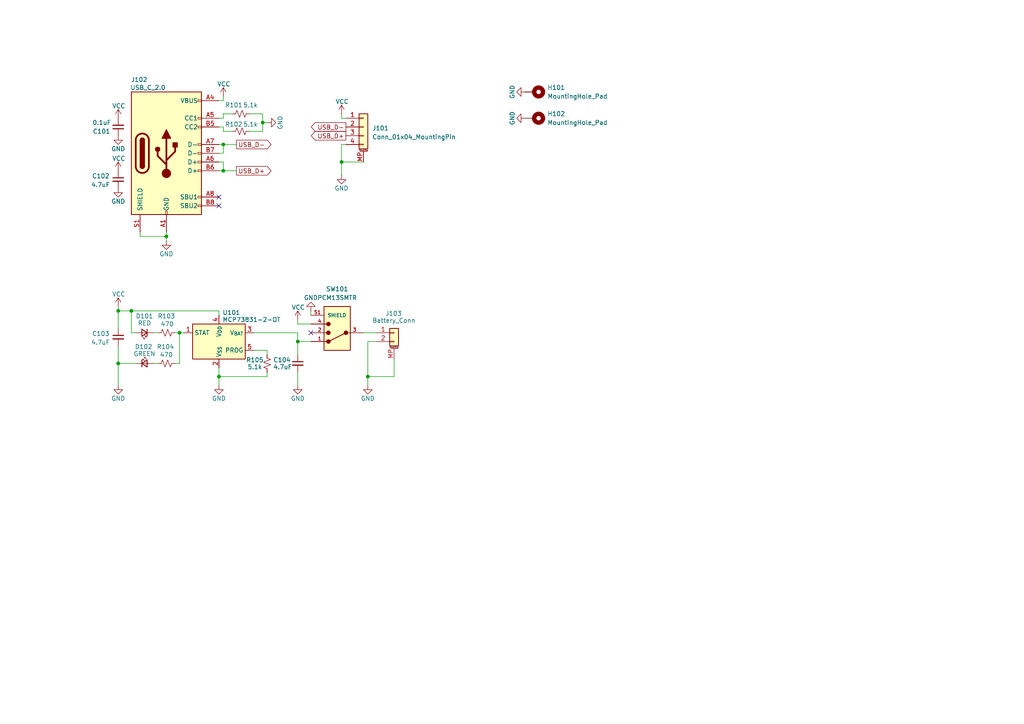
<source format=kicad_sch>
(kicad_sch (version 20231120) (generator "eeschema") (generator_version "8.0")
  (paper "A4")
  (lib_symbols
    (symbol "Battery_Management:MCP73831-2-OT"
      (property "Reference" "U102" (at 2.1941 10.16 0))
      (property "Value" "MCP73831-2-OT" (at 2.1941 7.62 0))
      (symbol "MCP73831-2-OT_0_1"
        (rectangle (start -7.62 5.08) (end 7.62 -5.08) (stroke (width 0.254)) (fill (type background)))
      )
      (symbol "MCP73831-2-OT_1_1"
        (pin tri_state line (at -10.16 2.54 0) (length 2.54) (name "STAT") (number "1"))
        (pin power_in line (at 0 -7.62 90) (length 2.54) (name "V_{SS}") (number "2"))
        (pin power_out line (at 10.16 2.54 180) (length 2.54) (name "V_{BAT}") (number "3"))
        (pin power_in line (at 0 7.62 270) (length 2.54) (name "V_{DD}") (number "4"))
        (pin input line (at 10.16 -2.54 180) (length 2.54) (name "PROG") (number "5"))
      )
    )
    (symbol "Connector:USB_C_Receptacle_USB2.0_16P" (pin_names (offset 1.016))
      (property "Reference" "J" (at 0 22.225 0))
      (property "Value" "USB_C_Receptacle_USB2.0_16P" (at 0 19.685 0))
      (symbol "USB_C_Receptacle_USB2.0_16P_0_0"
        (rectangle (start -0.254 -17.78) (end 0.254 -16.764))
        (rectangle (start 10.16 -14.986) (end 9.144 -15.494))
        (rectangle (start 10.16 -12.446) (end 9.144 -12.954))
        (rectangle (start 10.16 -4.826) (end 9.144 -5.334))
        (rectangle (start 10.16 -2.286) (end 9.144 -2.794))
        (rectangle (start 10.16 0.254) (end 9.144 -0.254))
        (rectangle (start 10.16 2.794) (end 9.144 2.286))
        (rectangle (start 10.16 7.874) (end 9.144 7.366))
        (rectangle (start 10.16 10.414) (end 9.144 9.906))
        (rectangle (start 10.16 15.494) (end 9.144 14.986))
      )
      (symbol "USB_C_Receptacle_USB2.0_16P_0_1"
        (rectangle (start -10.16 17.78) (end 10.16 -17.78) (stroke (width 0.254)) (fill (type background)))
        (arc (start -8.89 -3.81) (mid -6.985 -5.7067) (end -5.08 -3.81) (stroke (width 0.508)))
        (arc (start -7.62 -3.81) (mid -6.985 -4.4423) (end -6.35 -3.81) (stroke (width 0.254)))
        (arc (start -7.62 -3.81) (mid -6.985 -4.4423) (end -6.35 -3.81) (stroke (width 0.254)) (fill (type outline)))
        (rectangle (start -7.62 -3.81) (end -6.35 3.81) (stroke (width 0.254)) (fill (type outline)))
        (arc (start -6.35 3.81) (mid -6.985 4.4423) (end -7.62 3.81) (stroke (width 0.254)))
        (arc (start -6.35 3.81) (mid -6.985 4.4423) (end -7.62 3.81) (stroke (width 0.254)) (fill (type outline)))
        (arc (start -5.08 3.81) (mid -6.985 5.7067) (end -8.89 3.81) (stroke (width 0.508)))
        (circle (center -2.54 1.143) (radius 0.635) (stroke (width 0.254)) (fill (type outline)))
        (circle (center 0 -5.842) (radius 1.27) (fill (type outline)))
        (polyline (pts (xy -8.89 -3.81) (xy -8.89 3.81)) (stroke (width 0.508)))
        (polyline (pts (xy -5.08 3.81) (xy -5.08 -3.81)) (stroke (width 0.508)))
        (polyline (pts (xy 0 -5.842) (xy 0 4.318)) (stroke (width 0.508)))
        (polyline (pts (xy 0 -3.302) (xy -2.54 -0.762) (xy -2.54 0.508)) (stroke (width 0.508)))
        (polyline (pts (xy 0 -2.032) (xy 2.54 0.508) (xy 2.54 1.778)) (stroke (width 0.508)))
        (polyline (pts (xy -1.27 4.318) (xy 0 6.858) (xy 1.27 4.318) (xy -1.27 4.318)) (stroke (width 0.254)) (fill (type outline)))
        (rectangle (start 1.905 1.778) (end 3.175 3.048) (stroke (width 0.254)) (fill (type outline)))
      )
      (symbol "USB_C_Receptacle_USB2.0_16P_1_1"
        (pin passive line (at 0 -22.86 90) (length 5.08) (name "GND") (number "A1"))
        (pin passive line (at 0 -22.86 90) (length 5.08) hide (name "GND") (number "A12"))
        (pin passive line (at 15.24 15.24 180) (length 5.08) (name "VBUS") (number "A4"))
        (pin bidirectional line (at 15.24 10.16 180) (length 5.08) (name "CC1") (number "A5"))
        (pin bidirectional line (at 15.24 -2.54 180) (length 5.08) (name "D+") (number "A6"))
        (pin bidirectional line (at 15.24 2.54 180) (length 5.08) (name "D-") (number "A7"))
        (pin bidirectional line (at 15.24 -12.7 180) (length 5.08) (name "SBU1") (number "A8"))
        (pin passive line (at 15.24 15.24 180) (length 5.08) hide (name "VBUS") (number "A9"))
        (pin passive line (at 0 -22.86 90) (length 5.08) hide (name "GND") (number "B1"))
        (pin passive line (at 0 -22.86 90) (length 5.08) hide (name "GND") (number "B12"))
        (pin passive line (at 15.24 15.24 180) (length 5.08) hide (name "VBUS") (number "B4"))
        (pin bidirectional line (at 15.24 7.62 180) (length 5.08) (name "CC2") (number "B5"))
        (pin bidirectional line (at 15.24 -5.08 180) (length 5.08) (name "D+") (number "B6"))
        (pin bidirectional line (at 15.24 0 180) (length 5.08) (name "D-") (number "B7"))
        (pin bidirectional line (at 15.24 -15.24 180) (length 5.08) (name "SBU2") (number "B8"))
        (pin passive line (at 15.24 15.24 180) (length 5.08) hide (name "VBUS") (number "B9"))
        (pin passive line (at -7.62 -22.86 90) (length 5.08) (name "SHIELD") (number "S1"))
      )
    )
    (symbol "Connector_Generic_MountingPin:Conn_01x02_MountingPin" (pin_names (offset 1.016) hide)
      (property "Reference" "J" (at 0 2.54 0))
      (property "Value" "Conn_01x02_MountingPin" (at 1.27 -5.08 0))
      (symbol "Conn_01x02_MountingPin_1_1"
        (rectangle (start -1.27 -2.413) (end 0 -2.667) (stroke (width 0.1524)))
        (rectangle (start -1.27 0.127) (end 0 -0.127) (stroke (width 0.1524)))
        (rectangle (start -1.27 1.27) (end 1.27 -3.81) (stroke (width 0.254)) (fill (type background)))
        (polyline (pts (xy -1.016 -4.572) (xy 1.016 -4.572)) (stroke (width 0.1524)))
        (text "Mounting" (at 0 -4.191 0) (effects (font (size 0.381 0.381))))
        (pin passive line (at -5.08 0 0) (length 3.81) (name "Pin_1") (number "1"))
        (pin passive line (at -5.08 -2.54 0) (length 3.81) (name "Pin_2") (number "2"))
        (pin passive line (at 0 -7.62 90) (length 3.048) (name "MountPin") (number "MP"))
      )
    )
    (symbol "Connector_Generic_MountingPin:Conn_01x04_MountingPin" (pin_names (offset 1.016) hide)
      (property "Reference" "J" (at 0 5.08 0))
      (property "Value" "Conn_01x04_MountingPin" (at 1.27 -7.62 0))
      (symbol "Conn_01x04_MountingPin_1_1"
        (rectangle (start -1.27 -4.953) (end 0 -5.207) (stroke (width 0.1524)))
        (rectangle (start -1.27 -2.413) (end 0 -2.667) (stroke (width 0.1524)))
        (rectangle (start -1.27 0.127) (end 0 -0.127) (stroke (width 0.1524)))
        (rectangle (start -1.27 2.667) (end 0 2.413) (stroke (width 0.1524)))
        (rectangle (start -1.27 3.81) (end 1.27 -6.35) (stroke (width 0.254)) (fill (type background)))
        (polyline (pts (xy -1.016 -7.112) (xy 1.016 -7.112)) (stroke (width 0.1524)))
        (text "Mounting" (at 0 -6.731 0) (effects (font (size 0.381 0.381))))
        (pin passive line (at -5.08 2.54 0) (length 3.81) (name "Pin_1") (number "1"))
        (pin passive line (at -5.08 0 0) (length 3.81) (name "Pin_2") (number "2"))
        (pin passive line (at -5.08 -2.54 0) (length 3.81) (name "Pin_3") (number "3"))
        (pin passive line (at -5.08 -5.08 0) (length 3.81) (name "Pin_4") (number "4"))
        (pin passive line (at 0 -10.16 90) (length 3.048) (name "MountPin") (number "MP"))
      )
    )
    (symbol "Device:C_Small" (pin_numbers hide) (pin_names (offset 0.254) hide)
      (property "Reference" "C" (at 0.254 1.778 0))
      (property "Value" "C_Small" (at 0.254 -2.032 0))
      (symbol "C_Small_0_1"
        (polyline (pts (xy -1.524 -0.508) (xy 1.524 -0.508)) (stroke (width 0.3302)))
        (polyline (pts (xy -1.524 0.508) (xy 1.524 0.508)) (stroke (width 0.3048)))
      )
      (symbol "C_Small_1_1"
        (pin passive line (at 0 2.54 270) (length 2.032) (name "~") (number "1"))
        (pin passive line (at 0 -2.54 90) (length 2.032) (name "~") (number "2"))
      )
    )
    (symbol "Device:LED_Small" (pin_numbers hide) (pin_names (offset 0.254) hide)
      (property "Reference" "D" (at -1.27 3.175 0))
      (property "Value" "LED_Small" (at -4.445 -2.54 0))
      (symbol "LED_Small_0_1"
        (polyline (pts (xy -0.762 -1.016) (xy -0.762 1.016)) (stroke (width 0.254)))
        (polyline (pts (xy 1.016 0) (xy -0.762 0)))
        (polyline (pts (xy 0.762 -1.016) (xy -0.762 0) (xy 0.762 1.016) (xy 0.762 -1.016)) (stroke (width 0.254)))
        (polyline (pts (xy 0 0.762) (xy -0.508 1.27) (xy -0.254 1.27) (xy -0.508 1.27) (xy -0.508 1.016)))
        (polyline (pts (xy 0.508 1.27) (xy 0 1.778) (xy 0.254 1.778) (xy 0 1.778) (xy 0 1.524)))
      )
      (symbol "LED_Small_1_1"
        (pin passive line (at -2.54 0 0) (length 1.778) (name "K") (number "1"))
        (pin passive line (at 2.54 0 180) (length 1.778) (name "A") (number "2"))
      )
    )
    (symbol "Device:R_Small_US" (pin_numbers hide) (pin_names (offset 0.254) hide)
      (property "Reference" "R" (at 0.762 0.508 0))
      (property "Value" "R_Small_US" (at 0.762 -1.016 0))
      (symbol "R_Small_US_1_1"
        (polyline (pts (xy 0 0) (xy 1.016 -0.381) (xy 0 -0.762) (xy -1.016 -1.143) (xy 0 -1.524)))
        (polyline (pts (xy 0 1.524) (xy 1.016 1.143) (xy 0 0.762) (xy -1.016 0.381) (xy 0 0)))
        (pin passive line (at 0 2.54 270) (length 1.016) (name "~") (number "1"))
        (pin passive line (at 0 -2.54 90) (length 1.016) (name "~") (number "2"))
      )
    )
    (symbol "Mechanical:MountingHole_Pad" (pin_numbers hide) (pin_names (offset 1.016) hide)
      (property "Reference" "H" (at 0 6.35 0))
      (property "Value" "MountingHole_Pad" (at 0 4.445 0))
      (symbol "MountingHole_Pad_0_1"
        (circle (center 0 1.27) (radius 1.27) (stroke (width 1.27)))
      )
      (symbol "MountingHole_Pad_1_1"
        (pin input line (at 0 -2.54 90) (length 2.54) (name "1") (number "1"))
      )
    )
    (symbol "PCM13SMTR:PCM13SMTR" (pin_names (offset 1.016))
      (property "Reference" "SW" (at -4.064 5.588 0))
      (property "Value" "PCM13SMTR" (at -5.588 -9.906 0))
      (symbol "PCM13SMTR_0_0"
        (rectangle (start -3.81 5.08) (end 3.81 -7.62) (stroke (width 0.254)) (fill (type background)))
        (circle (center -2.54 0) (radius 0.508) (stroke (width 0.254)))
        (polyline (pts (xy -2.54 0) (xy 2.54 2.54)) (stroke (width 0.254)))
        (polyline (pts (xy -3.048 0) (xy -2.54 0.508) (xy -2.032 0) (xy -2.54 -0.508) (xy -3.048 0)) (stroke (width 0.254)) (fill (type outline)))
        (polyline (pts (xy 2.032 -2.54) (xy 2.54 -2.032) (xy 3.048 -2.54) (xy 2.54 -3.048) (xy 2.032 -2.54)) (stroke (width 0.254)) (fill (type outline)))
        (polyline (pts (xy 2.032 0) (xy 2.54 0.508) (xy 3.048 0) (xy 2.54 -0.508) (xy 2.032 0)) (stroke (width 0.254)) (fill (type outline)))
        (polyline (pts (xy 2.032 2.54) (xy 2.54 2.032) (xy 3.048 2.54) (xy 2.54 3.048) (xy 2.032 2.54)) (stroke (width 0.254)) (fill (type outline)))
        (circle (center 2.54 -2.54) (radius 0.508) (stroke (width 0.254)))
        (circle (center 2.54 0) (radius 0.508) (stroke (width 0.254)))
        (circle (center 2.54 2.54) (radius 0.508) (stroke (width 0.254)))
        (pin passive line (at 7.62 2.54 180) (length 5.08) (name "~") (number "1"))
        (pin passive line (at 7.62 0 180) (length 5.08) (name "~") (number "2"))
        (pin passive line (at -7.62 0 0) (length 5.08) (name "~") (number "3"))
        (pin passive line (at 7.62 -2.54 180) (length 5.08) (name "~") (number "4"))
      )
      (symbol "PCM13SMTR_1_0"
        (pin passive line (at 7.62 -5.08 180) (length 3.81) (name "SHIELD") (number "S1"))
        (pin passive line (at 7.62 -5.08 180) (length 3.81) hide (name "SHIELD") (number "S2"))
        (pin passive line (at 7.62 -5.08 180) (length 3.81) hide (name "SHIELD") (number "S3"))
        (pin passive line (at 7.62 -5.08 180) (length 3.81) hide (name "SHIELD") (number "S4"))
      )
    )
    (symbol "power:GND" (power) (pin_numbers hide) (pin_names (offset 0) hide)
      (property "Value" "GND" (at 0 -3.81 0))
      (symbol "GND_0_1"
        (polyline (pts (xy 0 0) (xy 0 -1.27) (xy 1.27 -1.27) (xy 0 -2.54) (xy -1.27 -1.27) (xy 0 -1.27)))
      )
      (symbol "GND_1_1"
        (pin power_in line (at 0 0 270) (length 0) (name "~") (number "1"))
      )
    )
    (symbol "power:VCC" (power) (pin_numbers hide) (pin_names (offset 0) hide)
      (property "Value" "VCC" (at 0 3.556 0))
      (symbol "VCC_0_1"
        (polyline (pts (xy -0.762 1.27) (xy 0 2.54)))
        (polyline (pts (xy 0 0) (xy 0 2.54)))
        (polyline (pts (xy 0 2.54) (xy 0.762 1.27)))
      )
      (symbol "VCC_1_1"
        (pin power_in line (at 0 0 90) (length 0) (name "~") (number "1"))
      )
    )
  )
  (junction (at 106.68 109.22))
  (junction (at 38.1 90.17))
  (junction (at 86.36 99.06))
  (junction (at 99.06 46.99))
  (junction (at 48.26 68.58))
  (junction (at 63.5 109.22))
  (junction (at 64.77 49.53))
  (junction (at 64.77 41.91))
  (junction (at 34.29 105.41))
  (junction (at 34.29 90.17))
  (junction (at 52.07 96.52))
  (junction (at 76.2 35.56))
  (no_connect (at 63.5 59.69))
  (no_connect (at 90.17 96.52))
  (no_connect (at 63.5 57.15))
  (wire (pts (xy 99.06 34.29) (xy 99.06 33.02)))
  (wire (pts (xy 44.45 96.52) (xy 45.72 96.52)))
  (wire (pts (xy 63.5 106.68) (xy 63.5 109.22)))
  (wire (pts (xy 105.41 96.52) (xy 109.22 96.52)))
  (wire (pts (xy 63.5 49.53) (xy 64.77 49.53)))
  (wire (pts (xy 64.77 49.53) (xy 68.58 49.53)))
  (wire (pts (xy 76.2 33.02) (xy 72.39 33.02)))
  (wire (pts (xy 86.36 92.71) (xy 86.36 93.98)))
  (wire (pts (xy 63.5 41.91) (xy 64.77 41.91)))
  (wire (pts (xy 106.68 99.06) (xy 109.22 99.06)))
  (wire (pts (xy 99.06 46.99) (xy 99.06 50.8)))
  (wire (pts (xy 34.29 88.9) (xy 34.29 90.17)))
  (wire (pts (xy 34.29 111.76) (xy 34.29 105.41)))
  (wire (pts (xy 40.64 67.31) (xy 40.64 68.58)))
  (wire (pts (xy 38.1 90.17) (xy 38.1 96.52)))
  (wire (pts (xy 63.5 90.17) (xy 63.5 91.44)))
  (wire (pts (xy 64.77 38.1) (xy 67.31 38.1)))
  (wire (pts (xy 100.33 41.91) (xy 99.06 41.91)))
  (wire (pts (xy 34.29 100.33) (xy 34.29 105.41)))
  (wire (pts (xy 64.77 36.83) (xy 64.77 38.1)))
  (wire (pts (xy 40.64 68.58) (xy 48.26 68.58)))
  (wire (pts (xy 86.36 107.95) (xy 86.36 111.76)))
  (wire (pts (xy 77.47 109.22) (xy 63.5 109.22)))
  (wire (pts (xy 48.26 68.58) (xy 48.26 69.85)))
  (wire (pts (xy 38.1 90.17) (xy 63.5 90.17)))
  (wire (pts (xy 76.2 33.02) (xy 76.2 35.56)))
  (wire (pts (xy 77.47 109.22) (xy 77.47 107.95)))
  (wire (pts (xy 63.5 29.21) (xy 64.77 29.21)))
  (wire (pts (xy 34.29 105.41) (xy 39.37 105.41)))
  (wire (pts (xy 63.5 44.45) (xy 64.77 44.45)))
  (wire (pts (xy 73.66 96.52) (xy 86.36 96.52)))
  (wire (pts (xy 106.68 99.06) (xy 106.68 109.22)))
  (wire (pts (xy 64.77 49.53) (xy 64.77 46.99)))
  (wire (pts (xy 99.06 46.99) (xy 105.41 46.99)))
  (wire (pts (xy 64.77 34.29) (xy 64.77 33.02)))
  (wire (pts (xy 77.47 101.6) (xy 77.47 102.87)))
  (wire (pts (xy 86.36 102.87) (xy 86.36 99.06)))
  (wire (pts (xy 38.1 96.52) (xy 39.37 96.52)))
  (wire (pts (xy 106.68 109.22) (xy 106.68 111.76)))
  (wire (pts (xy 86.36 99.06) (xy 90.17 99.06)))
  (wire (pts (xy 114.3 104.14) (xy 114.3 109.22)))
  (wire (pts (xy 86.36 93.98) (xy 90.17 93.98)))
  (wire (pts (xy 48.26 68.58) (xy 48.26 67.31)))
  (wire (pts (xy 72.39 38.1) (xy 76.2 38.1)))
  (wire (pts (xy 63.5 36.83) (xy 64.77 36.83)))
  (wire (pts (xy 44.45 105.41) (xy 45.72 105.41)))
  (wire (pts (xy 100.33 34.29) (xy 99.06 34.29)))
  (wire (pts (xy 64.77 44.45) (xy 64.77 41.91)))
  (wire (pts (xy 34.29 90.17) (xy 38.1 90.17)))
  (wire (pts (xy 63.5 34.29) (xy 64.77 34.29)))
  (wire (pts (xy 63.5 109.22) (xy 63.5 111.76)))
  (wire (pts (xy 64.77 41.91) (xy 68.58 41.91)))
  (wire (pts (xy 86.36 99.06) (xy 86.36 96.52)))
  (wire (pts (xy 52.07 96.52) (xy 52.07 105.41)))
  (wire (pts (xy 50.8 96.52) (xy 52.07 96.52)))
  (wire (pts (xy 90.17 90.17) (xy 90.17 91.44)))
  (wire (pts (xy 64.77 29.21) (xy 64.77 27.94)))
  (wire (pts (xy 99.06 41.91) (xy 99.06 46.99)))
  (wire (pts (xy 76.2 35.56) (xy 76.2 38.1)))
  (wire (pts (xy 64.77 33.02) (xy 67.31 33.02)))
  (wire (pts (xy 106.68 109.22) (xy 114.3 109.22)))
  (wire (pts (xy 76.2 35.56) (xy 77.47 35.56)))
  (wire (pts (xy 52.07 96.52) (xy 53.34 96.52)))
  (wire (pts (xy 34.29 95.25) (xy 34.29 90.17)))
  (wire (pts (xy 63.5 46.99) (xy 64.77 46.99)))
  (wire (pts (xy 52.07 105.41) (xy 50.8 105.41)))
  (wire (pts (xy 77.47 101.6) (xy 73.66 101.6)))
  (global_label "USB_D+" (shape output) (at 100.33 39.37 180) (property "Intersheetrefs" "${INTERSHEET_REFS}" (effects (hide yes))))
  (global_label "USB_D+" (shape output) (at 68.58 49.53 0) (property "Intersheetrefs" "${INTERSHEET_REFS}" (effects (hide yes))))
  (global_label "USB_D-" (shape output) (at 68.58 41.91 0) (property "Intersheetrefs" "${INTERSHEET_REFS}" (effects (hide yes))))
  (global_label "USB_D-" (shape output) (at 100.33 36.83 180) (property "Intersheetrefs" "${INTERSHEET_REFS}" (effects (hide yes))))
  (symbol (lib_id "power:GND") (at 34.29 39.37 0) (unit 1)
    (property "Reference" "#PWR0107" (effects (hide yes)))
    (property "Value" "GND" (at 34.29 43.18 0))
    (property "Description" "Power symbol creates a global label with name \"GND\" , ground" (effects (hide yes)))
  )
  (symbol (lib_id "Connector:USB_C_Receptacle_USB2.0_16P") (at 48.26 44.45 0) (unit 1)
    (property "Reference" "J102" (at 40.386 23.114 0))
    (property "Value" "USB_C_2.0" (at 42.926 25.4 0))
    (property "Footprint" "Connector_USB:USB_C_Receptacle_GCT_USB4105-xx-A_16P_TopMnt_Horizontal" (effects (hide yes)))
    (property "Datasheet" "https://www.usb.org/sites/default/files/documents/usb_type-c.zip" (effects (hide yes)))
    (property "Description" "USB 2.0-only 16P Type-C Receptacle connector" (effects (hide yes)))
  )
  (symbol (lib_id "power:GND") (at 48.26 69.85 0) (unit 1)
    (property "Reference" "#PWR0111" (effects (hide yes)))
    (property "Value" "GND" (at 48.26 73.66 0))
    (property "Description" "Power symbol creates a global label with name \"GND\" , ground" (effects (hide yes)))
  )
  (symbol (lib_id "Battery_Management:MCP73831-2-OT") (at 63.5 99.06 0) (unit 1)
    (property "Reference" "U101" (at 64.516 90.678 0) (effects (justify left)))
    (property "Value" "MCP73831-2-OT" (at 64.516 92.71 0) (effects (justify left)))
    (property "Footprint" "Package_TO_SOT_SMD:SOT-23-5" (effects (hide yes)))
    (property "Datasheet" "http://ww1.microchip.com/downloads/en/DeviceDoc/20001984g.pdf" (effects (hide yes)))
    (property "Description" "Single cell, Li-Ion/Li-Po charge management controller, 4.20V, Tri-State Status Output, in SOT23-5 package" (effects (hide yes)))
  )
  (symbol (lib_id "power:GND") (at 106.68 111.76 0) (unit 1)
    (property "Reference" "#PWR0118" (effects (hide yes)))
    (property "Value" "GND" (at 106.68 115.57 0))
    (property "Description" "Power symbol creates a global label with name \"GND\" , ground" (effects (hide yes)))
  )
  (symbol (lib_id "power:VCC") (at 34.29 49.53 0) (unit 1)
    (property "Reference" "#PWR0108" (effects (hide yes)))
    (property "Value" "VCC" (at 32.512 45.974 0) (effects (justify left)))
    (property "Description" "Power symbol creates a global label with name \"VCC\"" (effects (hide yes)))
  )
  (symbol (lib_id "Device:C_Small") (at 34.29 97.79 0) (unit 1)
    (property "Reference" "C103" (at 26.67 96.774 0) (effects (justify left)))
    (property "Value" "4.7uF" (at 26.416 99.314 0) (effects (justify left)))
    (property "Footprint" "Capacitor_SMD:C_0603_1608Metric" (effects (hide yes)))
    (property "Description" "Unpolarized capacitor, small symbol" (effects (hide yes)))
  )
  (symbol (lib_id "Mechanical:MountingHole_Pad") (at 154.94 26.67 270) (unit 1)
    (property "Reference" "H101" (at 158.75 25.3999 90) (effects (justify left)))
    (property "Value" "MountingHole_Pad" (at 158.75 27.9399 90) (effects (justify left)))
    (property "Footprint" "MountingHole:MountingHole_2.2mm_M2_Pad" (effects (hide yes)))
    (property "Description" "Mounting Hole with connection" (effects (hide yes)))
  )
  (symbol (lib_id "Device:R_Small_US") (at 77.47 105.41 180) (unit 1)
    (property "Reference" "R105" (at 73.914 104.394 0))
    (property "Value" "5.1k" (at 73.914 106.426 0))
    (property "Footprint" "Resistor_SMD:R_0603_1608Metric" (effects (hide yes)))
    (property "Description" "Resistor, small US symbol" (effects (hide yes)))
  )
  (symbol (lib_id "power:VCC") (at 64.77 27.94 0) (unit 1)
    (property "Reference" "#PWR0102" (effects (hide yes)))
    (property "Value" "VCC" (at 62.992 24.384 0) (effects (justify left)))
    (property "Description" "Power symbol creates a global label with name \"VCC\"" (effects (hide yes)))
  )
  (symbol (lib_id "power:GND") (at 34.29 111.76 0) (unit 1)
    (property "Reference" "#PWR0115" (effects (hide yes)))
    (property "Value" "GND" (at 34.29 115.57 0))
    (property "Description" "Power symbol creates a global label with name \"GND\" , ground" (effects (hide yes)))
  )
  (symbol (lib_id "power:VCC") (at 86.36 92.71 0) (unit 1)
    (property "Reference" "#PWR0114" (effects (hide yes)))
    (property "Value" "VCC" (at 84.582 89.154 0) (effects (justify left)))
    (property "Description" "Power symbol creates a global label with name \"VCC\"" (effects (hide yes)))
  )
  (symbol (lib_id "Device:C_Small") (at 86.36 105.41 0) (unit 1)
    (property "Reference" "C104" (at 79.248 104.394 0) (effects (justify left)))
    (property "Value" "4.7uF" (at 79.248 106.426 0) (effects (justify left)))
    (property "Footprint" "Capacitor_SMD:C_0603_1608Metric" (effects (hide yes)))
    (property "Description" "Unpolarized capacitor, small symbol" (effects (hide yes)))
  )
  (symbol (lib_id "power:GND") (at 86.36 111.76 0) (unit 1)
    (property "Reference" "#PWR0117" (effects (hide yes)))
    (property "Value" "GND" (at 86.36 115.57 0))
    (property "Description" "Power symbol creates a global label with name \"GND\" , ground" (effects (hide yes)))
  )
  (symbol (lib_id "power:GND") (at 77.47 35.56 90) (unit 1)
    (property "Reference" "#PWR0106" (effects (hide yes)))
    (property "Value" "GND" (at 81.28 35.56 0))
    (property "Description" "Power symbol creates a global label with name \"GND\" , ground" (effects (hide yes)))
  )
  (symbol (lib_id "Device:LED_Small") (at 41.91 105.41 0) (unit 1)
    (property "Reference" "D102" (at 41.656 100.584 0))
    (property "Value" "GREEN" (at 41.91 102.616 0))
    (property "Footprint" "LED_SMD:LED_0603_1608Metric" (effects (hide yes)))
    (property "Description" "Light emitting diode, small symbol" (effects (hide yes)))
  )
  (symbol (lib_id "Connector_Generic_MountingPin:Conn_01x04_MountingPin") (at 105.41 36.83 0) (unit 1)
    (property "Reference" "J101" (at 107.95 37.1855 0) (effects (justify left)))
    (property "Value" "Conn_01x04_MountingPin" (at 107.95 39.7255 0) (effects (justify left)))
    (property "Footprint" "Connector_JST:JST_SH_SM04B-SRSS-TB_1x04-1MP_P1.00mm_Horizontal" (effects (hide yes)))
    (property "Description" "Generic connectable mounting pin connector, single row, 01x04, script generated (kicad-library-utils/schlib/autogen/connector/)" (effects (hide yes)))
  )
  (symbol (lib_id "power:GND") (at 63.5 111.76 0) (unit 1)
    (property "Reference" "#PWR0116" (effects (hide yes)))
    (property "Value" "GND" (at 63.5 115.57 0))
    (property "Description" "Power symbol creates a global label with name \"GND\" , ground" (effects (hide yes)))
  )
  (symbol (lib_id "power:VCC") (at 99.06 33.02 0) (unit 1)
    (property "Reference" "#PWR0103" (effects (hide yes)))
    (property "Value" "VCC" (at 97.282 29.464 0) (effects (justify left)))
    (property "Description" "Power symbol creates a global label with name \"VCC\"" (effects (hide yes)))
  )
  (symbol (lib_id "Connector_Generic_MountingPin:Conn_01x02_MountingPin") (at 114.3 96.52 0) (unit 1)
    (property "Reference" "J103" (at 111.76 90.932 0) (effects (justify left)))
    (property "Value" "Battery_Conn" (at 107.95 92.964 0) (effects (justify left)))
    (property "Footprint" "Connector_JST:JST_PH_S2B-PH-SM4-TB_1x02-1MP_P2.00mm_Horizontal" (effects (hide yes)))
    (property "Description" "Generic connectable mounting pin connector, single row, 01x02, script generated (kicad-library-utils/schlib/autogen/connector/)" (effects (hide yes)))
  )
  (symbol (lib_id "power:GND") (at 152.4 26.67 270) (unit 1)
    (property "Reference" "#PWR0101" (effects (hide yes)))
    (property "Value" "GND" (at 148.59 26.67 0))
    (property "Description" "Power symbol creates a global label with name \"GND\" , ground" (effects (hide yes)))
  )
  (symbol (lib_id "power:VCC") (at 34.29 34.29 0) (unit 1)
    (property "Reference" "#PWR0104" (effects (hide yes)))
    (property "Value" "VCC" (at 32.512 30.734 0) (effects (justify left)))
    (property "Description" "Power symbol creates a global label with name \"VCC\"" (effects (hide yes)))
  )
  (symbol (lib_id "Device:R_Small_US") (at 48.26 105.41 90) (unit 1)
    (property "Reference" "R104" (at 48.006 100.584 90))
    (property "Value" "470" (at 48.26 102.87 90))
    (property "Footprint" "Resistor_SMD:R_0603_1608Metric" (effects (hide yes)))
    (property "Description" "Resistor, small US symbol" (effects (hide yes)))
  )
  (symbol (lib_id "power:GND") (at 99.06 50.8 0) (unit 1)
    (property "Reference" "#PWR0109" (effects (hide yes)))
    (property "Value" "GND" (at 99.06 54.61 0))
    (property "Description" "Power symbol creates a global label with name \"GND\" , ground" (effects (hide yes)))
  )
  (symbol (lib_id "Mechanical:MountingHole_Pad") (at 154.94 34.29 270) (unit 1)
    (property "Reference" "H102" (at 158.75 33.0199 90) (effects (justify left)))
    (property "Value" "MountingHole_Pad" (at 158.75 35.5599 90) (effects (justify left)))
    (property "Footprint" "MountingHole:MountingHole_2.2mm_M2_Pad" (effects (hide yes)))
    (property "Description" "Mounting Hole with connection" (effects (hide yes)))
  )
  (symbol (lib_id "power:GND") (at 34.29 54.61 0) (unit 1)
    (property "Reference" "#PWR0110" (effects (hide yes)))
    (property "Value" "GND" (at 34.29 58.42 0))
    (property "Description" "Power symbol creates a global label with name \"GND\" , ground" (effects (hide yes)))
  )
  (symbol (lib_id "Device:C_Small") (at 34.29 52.07 0) (unit 1)
    (property "Reference" "C102" (at 26.67 51.054 0) (effects (justify left)))
    (property "Value" "4.7uF" (at 26.416 53.594 0) (effects (justify left)))
    (property "Footprint" "Capacitor_SMD:C_0603_1608Metric" (effects (hide yes)))
    (property "Description" "Unpolarized capacitor, small symbol" (effects (hide yes)))
  )
  (symbol (lib_id "Device:R_Small_US") (at 69.85 33.02 90) (unit 1)
    (property "Reference" "R101" (at 67.818 30.48 90))
    (property "Value" "5.1k" (at 72.644 30.48 90))
    (property "Footprint" "Resistor_SMD:R_0603_1608Metric" (effects (hide yes)))
    (property "Description" "Resistor, small US symbol" (effects (hide yes)))
  )
  (symbol (lib_id "Device:LED_Small") (at 41.91 96.52 180) (unit 1)
    (property "Reference" "D101" (at 41.91 91.694 0))
    (property "Value" "RED" (at 41.91 93.726 0))
    (property "Footprint" "LED_SMD:LED_0603_1608Metric" (effects (hide yes)))
    (property "Description" "Light emitting diode, small symbol" (effects (hide yes)))
  )
  (symbol (lib_id "Device:C_Small") (at 34.29 36.83 180) (unit 1)
    (property "Reference" "C101" (at 32.004 38.1 0) (effects (justify left)))
    (property "Value" "0.1uF" (at 32.258 35.56 0) (effects (justify left)))
    (property "Footprint" "Capacitor_SMD:C_0603_1608Metric" (effects (hide yes)))
    (property "Description" "Unpolarized capacitor, small symbol" (effects (hide yes)))
  )
  (symbol (lib_id "PCM13SMTR:PCM13SMTR") (at 97.79 96.52 180) (unit 1)
    (property "Reference" "SW101" (at 97.79 83.82 0))
    (property "Value" "PCM13SMTR" (at 97.79 86.36 0))
    (property "Footprint" "PCM_Slide_SW:SW_PCM13SMTR" (effects (hide yes)))
    (property "MANUFACTURER" "CnK" (effects (hide yes)))
  )
  (symbol (lib_id "power:GND") (at 152.4 34.29 270) (unit 1)
    (property "Reference" "#PWR0105" (effects (hide yes)))
    (property "Value" "GND" (at 148.59 34.29 0))
    (property "Description" "Power symbol creates a global label with name \"GND\" , ground" (effects (hide yes)))
  )
  (symbol (lib_id "power:GND") (at 90.17 90.17 180) (unit 1)
    (property "Reference" "#PWR0113" (effects (hide yes)))
    (property "Value" "GND" (at 90.17 86.36 0))
    (property "Description" "Power symbol creates a global label with name \"GND\" , ground" (effects (hide yes)))
  )
  (symbol (lib_id "Device:R_Small_US") (at 69.85 38.1 90) (unit 1)
    (property "Reference" "R102" (at 67.818 36.068 90))
    (property "Value" "5.1k" (at 72.644 36.068 90))
    (property "Footprint" "Resistor_SMD:R_0603_1608Metric" (effects (hide yes)))
    (property "Description" "Resistor, small US symbol" (effects (hide yes)))
  )
  (symbol (lib_id "Device:R_Small_US") (at 48.26 96.52 90) (unit 1)
    (property "Reference" "R103" (at 48.26 91.694 90))
    (property "Value" "470" (at 48.514 93.98 90))
    (property "Footprint" "Resistor_SMD:R_0603_1608Metric" (effects (hide yes)))
    (property "Description" "Resistor, small US symbol" (effects (hide yes)))
  )
  (symbol (lib_id "power:VCC") (at 34.29 88.9 0) (unit 1)
    (property "Reference" "#PWR0112" (effects (hide yes)))
    (property "Value" "VCC" (at 32.512 85.344 0) (effects (justify left)))
    (property "Description" "Power symbol creates a global label with name \"VCC\"" (effects (hide yes)))
  )
)
</source>
